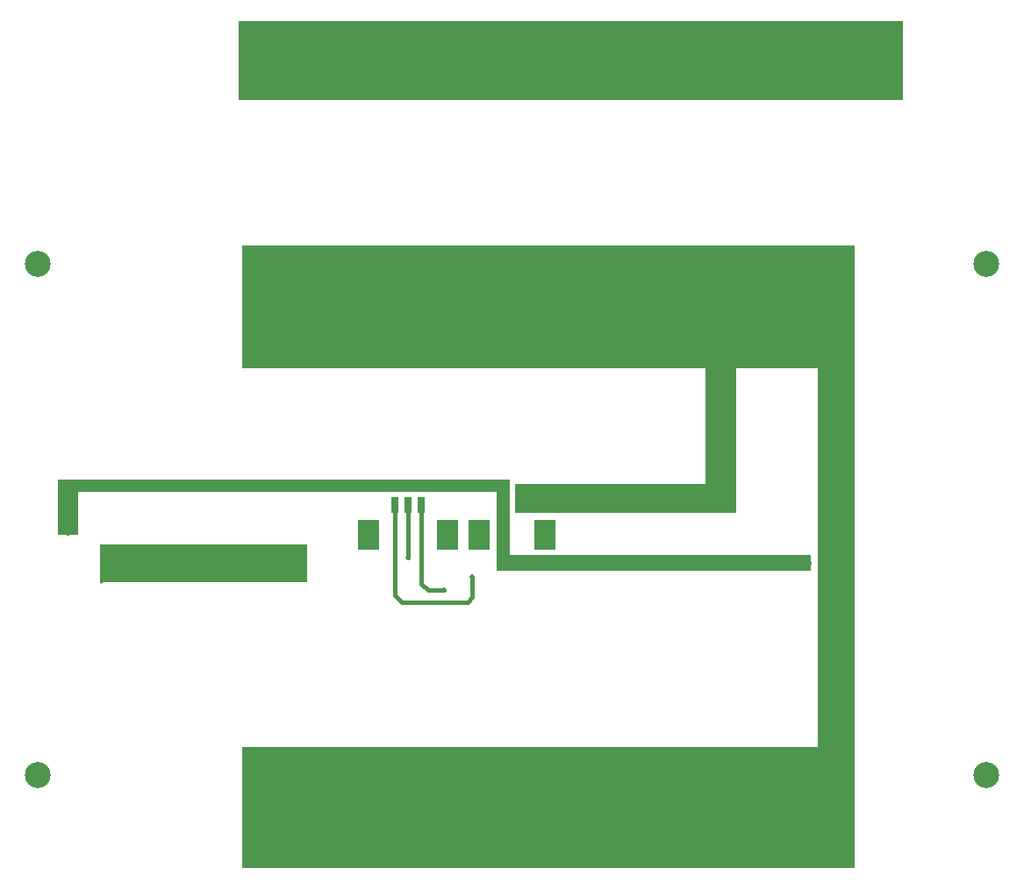
<source format=gbl>
G04 Layer_Physical_Order=2*
G04 Layer_Color=16711680*
%FSLAX25Y25*%
%MOIN*%
G70*
G01*
G75*
%ADD16C,0.01000*%
%ADD17C,0.01500*%
%ADD18C,0.45000*%
%ADD19C,0.09842*%
%ADD20C,0.02000*%
%ADD21R,0.08268X0.11811*%
%ADD22R,0.03150X0.06299*%
%ADD23C,0.03000*%
%ADD24C,0.10000*%
G36*
X83500Y173000D02*
X6000D01*
X5462Y172462D01*
X5000Y172653D01*
Y187500D01*
X83500D01*
Y173000D01*
D02*
G37*
G36*
X291417Y300950D02*
X291417Y64450D01*
X58917Y64450D01*
Y110450D01*
X277417Y110450D01*
Y254450D01*
X246417D01*
Y199450D01*
X162417D01*
Y210450D01*
X234917D01*
Y254450D01*
X58917D01*
Y300950D01*
X291417Y300950D01*
D02*
G37*
G36*
X309917Y356450D02*
X57500D01*
Y386450D01*
X309917D01*
Y356450D01*
D02*
G37*
G36*
X160500Y183500D02*
X275000D01*
Y177500D01*
X155500D01*
Y207500D01*
X-3500D01*
Y191000D01*
X-11000D01*
Y212000D01*
X160500D01*
Y183500D01*
D02*
G37*
D16*
X121917Y182450D02*
X121957Y182490D01*
D17*
Y202561D01*
X126878Y172490D02*
Y202561D01*
X117035Y168069D02*
Y202561D01*
Y168069D02*
X119653Y165450D01*
X129417Y169950D02*
X135417D01*
X126878Y172490D02*
X129417Y169950D01*
X119653Y165450D02*
X144450D01*
X146378Y167378D01*
Y175000D01*
D18*
X82117Y87500D02*
D03*
X161317D02*
D03*
X240517D02*
D03*
X82117Y277850D02*
D03*
X161317D02*
D03*
X240517D02*
D03*
D19*
X-18898Y294094D02*
D03*
Y99606D02*
D03*
X341732Y294094D02*
D03*
Y99606D02*
D03*
D20*
X71000Y370998D02*
D03*
X73500D02*
D03*
X76000Y371000D02*
D03*
X78500Y370998D02*
D03*
X81000D02*
D03*
X70500Y180529D02*
D03*
X73000D02*
D03*
X75500D02*
D03*
X78000Y180500D02*
D03*
X80500Y180529D02*
D03*
X193917Y370998D02*
D03*
X196417D02*
D03*
X198917D02*
D03*
X201417D02*
D03*
X203917D02*
D03*
X263417D02*
D03*
X265917D02*
D03*
X268417D02*
D03*
X270917D02*
D03*
X273417D02*
D03*
Y180532D02*
D03*
X270917D02*
D03*
X268417D02*
D03*
X265917D02*
D03*
X-7391Y195059D02*
D03*
Y197559D02*
D03*
Y200059D02*
D03*
Y205059D02*
D03*
X263417Y180532D02*
D03*
X260917D02*
D03*
X258417D02*
D03*
X255917D02*
D03*
X253417D02*
D03*
X250917D02*
D03*
X248417D02*
D03*
X245917D02*
D03*
X243417D02*
D03*
X240917D02*
D03*
X135417Y169950D02*
D03*
X121917Y182450D02*
D03*
X-7391Y202559D02*
D03*
X146378Y175000D02*
D03*
D21*
X173917Y191142D02*
D03*
X148917Y191142D02*
D03*
X106996Y191143D02*
D03*
X136917D02*
D03*
D22*
X158957Y202559D02*
D03*
X163878D02*
D03*
X126878Y202561D02*
D03*
X121957D02*
D03*
X117035D02*
D03*
D23*
X270917Y180532D02*
X273417D01*
X268417D02*
X270917D01*
X265917D02*
X268417D01*
X263417D02*
X265917D01*
X260917D02*
X263417D01*
X-7391Y192559D02*
Y195059D01*
Y197559D01*
Y200059D01*
Y202559D01*
Y205059D02*
Y207642D01*
Y202559D02*
Y205059D01*
X158957Y202559D02*
Y208411D01*
X156917Y210450D02*
X158957Y208411D01*
X-4583Y210450D02*
X156917D01*
X-7391Y207642D02*
X-4583Y210450D01*
X258417Y180532D02*
X260917D01*
X255917D02*
X258417D01*
X253417D02*
X255917D01*
X250917D02*
X253417D01*
X248417D02*
X250917D01*
X245917D02*
X248417D01*
X243417D02*
X245917D01*
X240917D02*
X243417D01*
X158957Y183111D02*
X161536Y180532D01*
X240917D01*
X240517Y206050D02*
Y277850D01*
X237026Y202559D02*
X240517Y206050D01*
X163878Y202559D02*
X237026D01*
X158957Y183111D02*
Y202559D01*
D24*
X283017Y94550D02*
Y268450D01*
X275967Y87500D02*
X283017Y94550D01*
X240517Y87500D02*
X275967D01*
X273617Y277850D02*
X283017Y268450D01*
X240517Y277850D02*
X273617D01*
X161317Y87500D02*
X240517D01*
X161317Y277850D02*
X240517D01*
X82117Y87500D02*
X161317D01*
X82117Y277850D02*
X161317D01*
M02*

</source>
